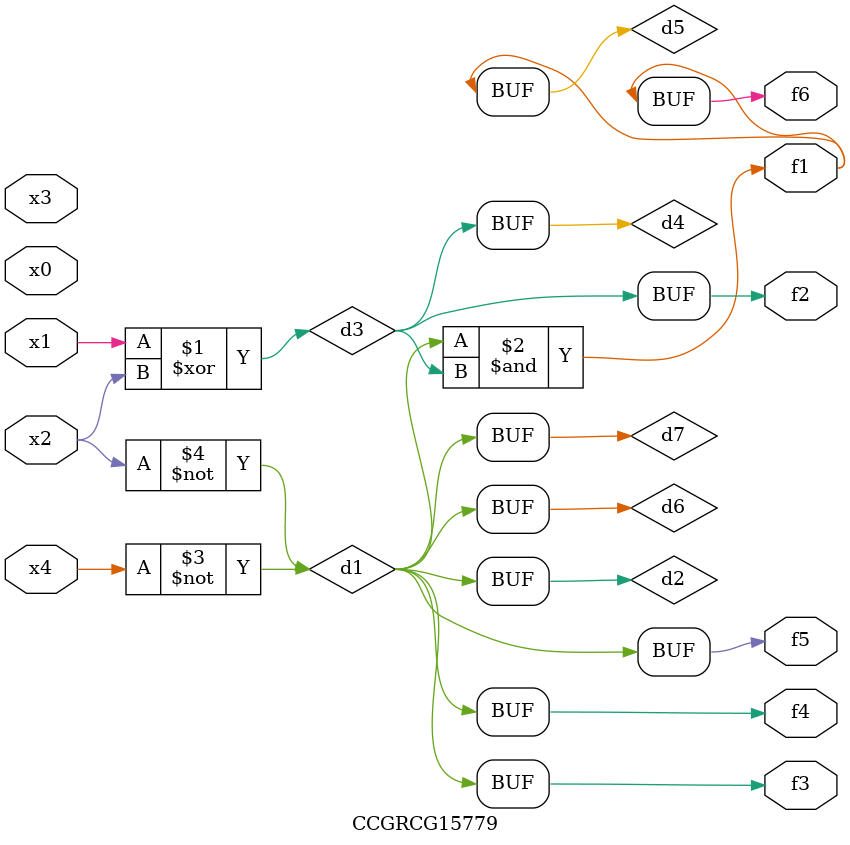
<source format=v>
module CCGRCG15779(
	input x0, x1, x2, x3, x4,
	output f1, f2, f3, f4, f5, f6
);

	wire d1, d2, d3, d4, d5, d6, d7;

	not (d1, x4);
	not (d2, x2);
	xor (d3, x1, x2);
	buf (d4, d3);
	and (d5, d1, d3);
	buf (d6, d1, d2);
	buf (d7, d2);
	assign f1 = d5;
	assign f2 = d4;
	assign f3 = d7;
	assign f4 = d7;
	assign f5 = d7;
	assign f6 = d5;
endmodule

</source>
